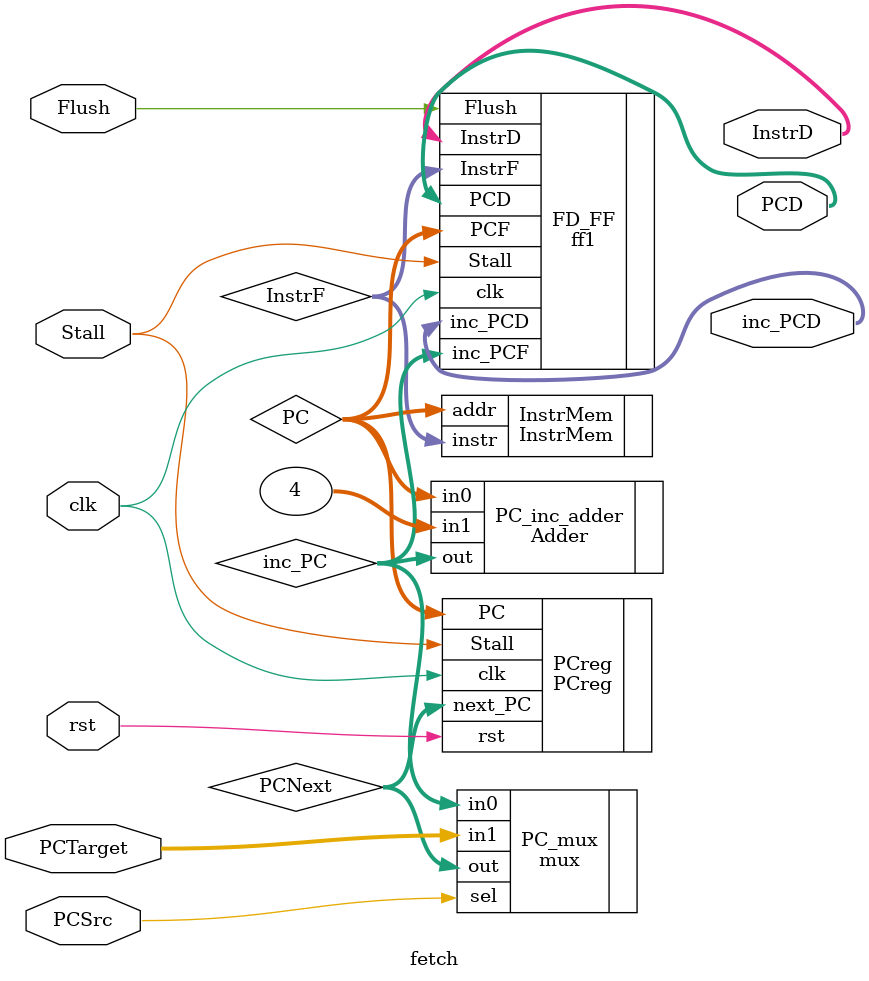
<source format=sv>
module fetch (
    input logic             clk,
    input logic             rst,
    input logic             PCSrc,
    input logic [31:0]      PCTarget,
    input logic             Stall,
    input logic             Flush,
    output logic [31:0]     InstrD,
    output logic [31:0]     PCD,
    output logic [31:0]     inc_PCD
);

wire [31:0]         PCNext;
wire [31:0]         PC;
logic [31:0]        inc_PC;
wire [31:0]         InstrF;

mux PC_mux(
    .in0        (inc_PC),
    .in1        (PCTarget),
    .sel        (PCSrc),
    .out        (PCNext)
);

PCreg PCreg(
    .next_PC    (PCNext),
    .rst        (rst),
    .clk        (clk),
    .Stall      (Stall),
    .PC         (PC)
);

Adder PC_inc_adder(
    .in0        (PC),
    .in1        (32'h0004),
    .out        (inc_PC)
);

InstrMem InstrMem(
    .addr       (PC),
    .instr      (InstrF)
);

ff1 FD_FF(
    .clk        (clk),
    .InstrF      (InstrF),
    .PCF        (PC),
    .inc_PCF    (inc_PC),
    .Stall      (Stall),
    .Flush      (Flush),
    .InstrD     (InstrD),
    .PCD        (PCD),
    .inc_PCD    (inc_PCD)
);

endmodule

</source>
